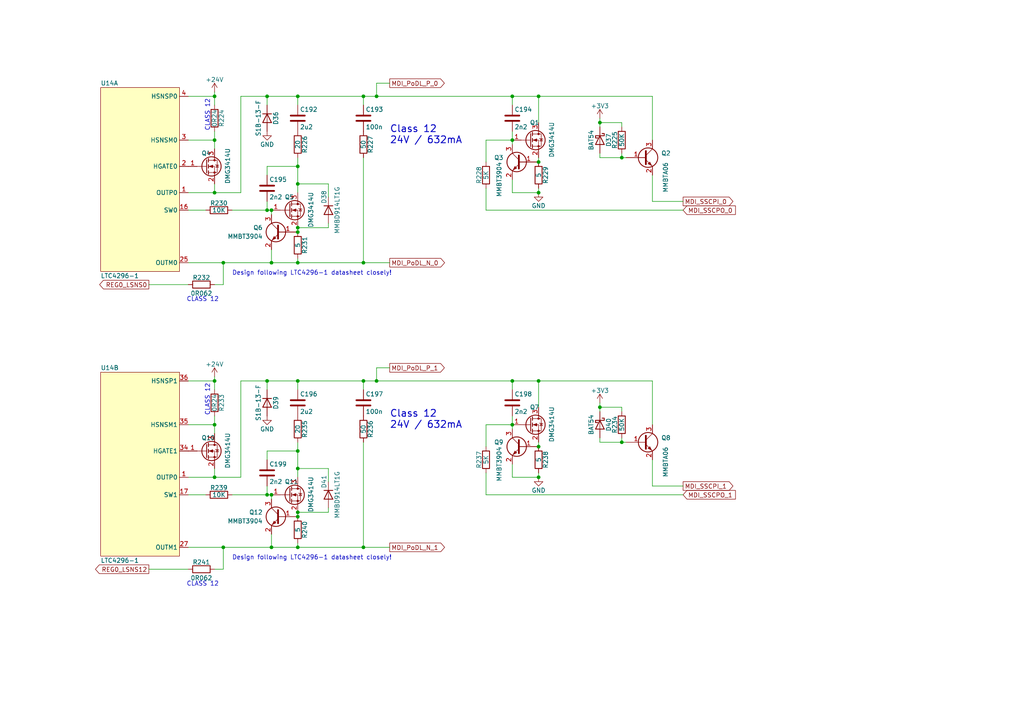
<source format=kicad_sch>
(kicad_sch (version 20211123) (generator eeschema)
  (paper "A4")
  (title_block (title "Open Hardware 10Base-T1L Switch") (date "2023-04-07") (rev "REV A") (company "Peter Heinrich") (comment 1 "Open Hardware License CERN-OHL-P v2") (comment 2 "https://github.com/peterheinrich/Open_10Base-T1L_Switch"))
  (lib_symbols
    (symbol "Device:C" (pin_numbers hide) (pin_names (offset 0.254))
      (property "Reference" "C" (at 0.635 2.54 0))
      (property "Value" "C" (at 0.635 -2.54 0))
      (symbol "C_0_1"
        (polyline (pts (xy -2.032 -0.762) (xy 2.032 -0.762)) (stroke (width 0.508)))
        (polyline (pts (xy -2.032 0.762) (xy 2.032 0.762)) (stroke (width 0.508)))
      )
      (symbol "C_1_1"
        (pin passive line (at 0 3.81 270) (length 2.794) (name "~") (number "1"))
        (pin passive line (at 0 -3.81 90) (length 2.794) (name "~") (number "2"))
      )
    )
    (symbol "Device:D" (pin_numbers hide) (pin_names (offset 1.016) hide)
      (property "Reference" "D" (at 0 2.54 0))
      (property "Value" "D" (at 0 -2.54 0))
      (symbol "D_0_1"
        (polyline (pts (xy -1.27 1.27) (xy -1.27 -1.27)) (stroke (width 0.254)))
        (polyline (pts (xy 1.27 0) (xy -1.27 0)))
        (polyline (pts (xy 1.27 1.27) (xy 1.27 -1.27) (xy -1.27 0) (xy 1.27 1.27)) (stroke (width 0.254)))
      )
      (symbol "D_1_1"
        (pin passive line (at -3.81 0 0) (length 2.54) (name "K") (number "1"))
        (pin passive line (at 3.81 0 180) (length 2.54) (name "A") (number "2"))
      )
    )
    (symbol "Device:D_Schottky" (pin_numbers hide) (pin_names (offset 1.016) hide)
      (property "Reference" "D" (at 0 2.54 0))
      (property "Value" "D_Schottky" (at 0 -2.54 0))
      (symbol "D_Schottky_0_1"
        (polyline (pts (xy 1.27 0) (xy -1.27 0)))
        (polyline (pts (xy 1.27 1.27) (xy 1.27 -1.27) (xy -1.27 0) (xy 1.27 1.27)) (stroke (width 0.254)))
        (polyline (pts (xy -1.905 0.635) (xy -1.905 1.27) (xy -1.27 1.27) (xy -1.27 -1.27) (xy -0.635 -1.27) (xy -0.635 -0.635)) (stroke (width 0.254)))
      )
      (symbol "D_Schottky_1_1"
        (pin passive line (at -3.81 0 0) (length 2.54) (name "K") (number "1"))
        (pin passive line (at 3.81 0 180) (length 2.54) (name "A") (number "2"))
      )
    )
    (symbol "Device:Q_NMOS_GSD" (pin_names (offset 0) hide)
      (property "Reference" "Q" (at 5.08 1.27 0))
      (property "Value" "Q_NMOS_GSD" (at 5.08 -1.27 0))
      (symbol "Q_NMOS_GSD_0_1"
        (polyline (pts (xy 0.254 0) (xy -2.54 0)))
        (polyline (pts (xy 0.254 1.905) (xy 0.254 -1.905)) (stroke (width 0.254)))
        (polyline (pts (xy 0.762 -1.27) (xy 0.762 -2.286)) (stroke (width 0.254)))
        (polyline (pts (xy 0.762 0.508) (xy 0.762 -0.508)) (stroke (width 0.254)))
        (polyline (pts (xy 0.762 2.286) (xy 0.762 1.27)) (stroke (width 0.254)))
        (polyline (pts (xy 2.54 2.54) (xy 2.54 1.778)))
        (polyline (pts (xy 2.54 -2.54) (xy 2.54 0) (xy 0.762 0)))
        (polyline (pts (xy 0.762 -1.778) (xy 3.302 -1.778) (xy 3.302 1.778) (xy 0.762 1.778)))
        (polyline (pts (xy 1.016 0) (xy 2.032 0.381) (xy 2.032 -0.381) (xy 1.016 0)) (fill (type outline)))
        (polyline (pts (xy 2.794 0.508) (xy 2.921 0.381) (xy 3.683 0.381) (xy 3.81 0.254)))
        (polyline (pts (xy 3.302 0.381) (xy 2.921 -0.254) (xy 3.683 -0.254) (xy 3.302 0.381)))
        (circle (center 1.651 0) (radius 2.794) (stroke (width 0.254)))
        (circle (center 2.54 -1.778) (radius 0.254) (fill (type outline)))
        (circle (center 2.54 1.778) (radius 0.254) (fill (type outline)))
      )
      (symbol "Q_NMOS_GSD_1_1"
        (pin input line (at -5.08 0 0) (length 2.54) (name "G") (number "1"))
        (pin passive line (at 2.54 -5.08 90) (length 2.54) (name "S") (number "2"))
        (pin passive line (at 2.54 5.08 270) (length 2.54) (name "D") (number "3"))
      )
    )
    (symbol "Device:Q_NPN_BEC" (pin_names (offset 0) hide)
      (property "Reference" "Q" (at 5.08 1.27 0))
      (property "Value" "Q_NPN_BEC" (at 5.08 -1.27 0))
      (symbol "Q_NPN_BEC_0_1"
        (polyline (pts (xy 0.635 0.635) (xy 2.54 2.54)))
        (polyline (pts (xy 0.635 -0.635) (xy 2.54 -2.54) (xy 2.54 -2.54)))
        (polyline (pts (xy 0.635 1.905) (xy 0.635 -1.905) (xy 0.635 -1.905)) (stroke (width 0.508)))
        (polyline (pts (xy 1.27 -1.778) (xy 1.778 -1.27) (xy 2.286 -2.286) (xy 1.27 -1.778) (xy 1.27 -1.778)) (fill (type outline)))
        (circle (center 1.27 0) (radius 2.8194) (stroke (width 0.254)))
      )
      (symbol "Q_NPN_BEC_1_1"
        (pin input line (at -5.08 0 0) (length 5.715) (name "B") (number "1"))
        (pin passive line (at 2.54 -5.08 90) (length 2.54) (name "E") (number "2"))
        (pin passive line (at 2.54 5.08 270) (length 2.54) (name "C") (number "3"))
      )
    )
    (symbol "Device:R" (pin_numbers hide) (pin_names (offset 0))
      (property "Reference" "R" (at 2.032 0 90))
      (property "Value" "R" (at 0 0 90))
      (symbol "R_0_1"
        (rectangle (start -1.016 -2.54) (end 1.016 2.54) (stroke (width 0.254)))
      )
      (symbol "R_1_1"
        (pin passive line (at 0 3.81 270) (length 1.27) (name "~") (number "1"))
        (pin passive line (at 0 -3.81 90) (length 1.27) (name "~") (number "2"))
      )
    )
    (symbol "LTC4296-1:LTC4296-1"
      (property "Reference" "U" (at 0 1.27 0))
      (property "Value" "LTC4296-1" (at 0 -54.61 0))
      (symbol "LTC4296-1_0_1"
        (rectangle (start 0 0) (end 22.86 -53.34) (fill (type background)))
      )
      (symbol "LTC4296-1_1_1"
        (pin output line (at 25.4 -30.48 180) (length 2.54) (name "OUTP0") (number "1"))
        (pin output line (at 25.4 -35.56 180) (length 2.54) (name "SW0") (number "16"))
        (pin output line (at 25.4 -22.86 180) (length 2.54) (name "HGATE0") (number "2"))
        (pin output line (at 25.4 -50.8 180) (length 2.54) (name "OUTM0") (number "25"))
        (pin input line (at 25.4 -15.24 180) (length 2.54) (name "HSNSM0") (number "3"))
        (pin input line (at 25.4 -2.54 180) (length 2.54) (name "HSNSP0") (number "4"))
      )
      (symbol "LTC4296-1_2_1"
        (pin output line (at 25.4 -30.48 180) (length 2.54) (name "OUTP0") (number "1"))
        (pin output line (at 25.4 -35.56 180) (length 2.54) (name "SW1") (number "17"))
        (pin output line (at 25.4 -50.8 180) (length 2.54) (name "OUTM1") (number "27"))
        (pin output line (at 25.4 -22.86 180) (length 2.54) (name "HGATE1") (number "34"))
        (pin input line (at 25.4 -15.24 180) (length 2.54) (name "HSNSM1") (number "35"))
        (pin input line (at 25.4 -2.54 180) (length 2.54) (name "HSNSP1") (number "36"))
      )
      (symbol "LTC4296-1_3_1"
        (pin output line (at 25.4 -35.56 180) (length 2.54) (name "SW2") (number "18"))
        (pin output line (at 25.4 -50.8 180) (length 2.54) (name "OUTM2") (number "29"))
        (pin output line (at 25.4 -30.48 180) (length 2.54) (name "OUTP2") (number "37"))
        (pin output line (at 25.4 -22.86 180) (length 2.54) (name "HGATE2") (number "38"))
        (pin input line (at 25.4 -15.24 180) (length 2.54) (name "HSNSM2") (number "39"))
        (pin input line (at 25.4 -2.54 180) (length 2.54) (name "HSNSP2") (number "40"))
      )
      (symbol "LTC4296-1_4_1"
        (pin output line (at 25.4 -35.56 180) (length 2.54) (name "SW3") (number "19"))
        (pin output line (at 25.4 -50.8 180) (length 2.54) (name "OUTM3") (number "30"))
        (pin output line (at 25.4 -30.48 180) (length 2.54) (name "OUTP3") (number "41"))
        (pin output line (at 25.4 -22.86 180) (length 2.54) (name "HGATE3") (number "42"))
        (pin input line (at 25.4 -15.24 180) (length 2.54) (name "HSNSM3") (number "43"))
        (pin input line (at 25.4 -2.54 180) (length 2.54) (name "HSNSP3") (number "44"))
      )
      (symbol "LTC4296-1_5_1"
        (pin output line (at 25.4 -35.56 180) (length 2.54) (name "SW4") (number "20"))
        (pin output line (at 25.4 -50.8 180) (length 2.54) (name "OUTM4") (number "32"))
        (pin output line (at 25.4 -30.48 180) (length 2.54) (name "OUTP4") (number "45"))
        (pin output line (at 25.4 -22.86 180) (length 2.54) (name "HGATE4") (number "46"))
        (pin input line (at 25.4 -15.24 180) (length 2.54) (name "HSNSM4") (number "47"))
        (pin input line (at 25.4 -2.54 180) (length 2.54) (name "HSNSP4") (number "48"))
      )
      (symbol "LTC4296-1_6_1"
        (pin output line (at -2.54 -7.62 0) (length 2.54) (name "SDO") (number "10"))
        (pin input line (at -2.54 -2.54 0) (length 2.54) (name "SCK") (number "11"))
        (pin input line (at -2.54 -10.16 0) (length 2.54) (name "nCS") (number "12"))
        (pin input line (at 25.4 -2.54 180) (length 2.54) (name "AUTO") (number "13"))
        (pin bidirectional line (at 25.4 -5.08 180) (length 2.54) (name "WAKEUP") (number "14"))
        (pin input line (at 25.4 -17.78 180) (length 2.54) (name "NC") (number "15"))
        (pin power_in line (at -2.54 -38.1 0) (length 2.54) (name "GND") (number "21"))
        (pin input line (at -2.54 -12.7 0) (length 2.54) (name "RT") (number "22"))
        (pin output line (at -2.54 -50.8 0) (length 2.54) (name "LGATE") (number "23"))
        (pin input line (at -2.54 -43.18 0) (length 2.54) (name "LSRC") (number "24"))
        (pin input line (at 25.4 -45.72 180) (length 2.54) (name "LSNS0") (number "26"))
        (pin input line (at 25.4 -48.26 180) (length 2.54) (name "LSNS1/LSNS2") (number "28"))
        (pin input line (at 25.4 -50.8 180) (length 2.54) (name "LSNS3/LSNS4") (number "31"))
        (pin power_in line (at -2.54 -40.64 0) (length 2.54) (name "GND") (number "49"))
        (pin input line (at 25.4 -15.24 180) (length 2.54) (name "NC") (number "5"))
        (pin power_in line (at -2.54 -25.4 0) (length 2.54) (name "IN") (number "6"))
        (pin bidirectional line (at -2.54 -27.94 0) (length 2.54) (name "CPO") (number "7"))
        (pin bidirectional line (at 25.4 -7.62 180) (length 2.54) (name "INT") (number "8"))
        (pin input line (at -2.54 -5.08 0) (length 2.54) (name "SDI") (number "9"))
      )
    )
    (symbol "power:+24V" (power) (pin_names (offset 0))
      (property "Value" "+24V" (at 0 3.556 0))
      (symbol "+24V_0_1"
        (polyline (pts (xy -0.762 1.27) (xy 0 2.54)))
        (polyline (pts (xy 0 0) (xy 0 2.54)))
        (polyline (pts (xy 0 2.54) (xy 0.762 1.27)))
      )
      (symbol "+24V_1_1"
        (pin power_in line (at 0 0 90) (length 0) hide (name "+24V") (number "1"))
      )
    )
    (symbol "power:+3V3" (power) (pin_names (offset 0))
      (property "Value" "+3V3" (at 0 3.556 0))
      (symbol "+3V3_0_1"
        (polyline (pts (xy -0.762 1.27) (xy 0 2.54)))
        (polyline (pts (xy 0 0) (xy 0 2.54)))
        (polyline (pts (xy 0 2.54) (xy 0.762 1.27)))
      )
      (symbol "+3V3_1_1"
        (pin power_in line (at 0 0 90) (length 0) hide (name "+3V3") (number "1"))
      )
    )
    (symbol "power:GND" (power) (pin_names (offset 0))
      (property "Value" "GND" (at 0 -3.81 0))
      (symbol "GND_0_1"
        (polyline (pts (xy 0 0) (xy 0 -1.27) (xy 1.27 -1.27) (xy 0 -2.54) (xy -1.27 -1.27) (xy 0 -1.27)))
      )
      (symbol "GND_1_1"
        (pin power_in line (at 0 0 270) (length 0) hide (name "GND") (number "1"))
      )
    )
  )
  (junction (at 156.21 55.88))
  (junction (at 78.74 143.51))
  (junction (at 62.23 138.43))
  (junction (at 148.59 123.19))
  (junction (at 86.36 149.86))
  (junction (at 109.22 110.49))
  (junction (at 86.36 27.94))
  (junction (at 173.99 35.56))
  (junction (at 86.36 48.26))
  (junction (at 156.21 46.99))
  (junction (at 156.21 110.49))
  (junction (at 105.41 76.2))
  (junction (at 62.23 55.88))
  (junction (at 86.36 130.81))
  (junction (at 105.41 158.75))
  (junction (at 86.36 66.04))
  (junction (at 105.41 110.49))
  (junction (at 64.77 158.75))
  (junction (at 180.34 128.27))
  (junction (at 156.21 138.43))
  (junction (at 156.21 129.54))
  (junction (at 77.47 60.96))
  (junction (at 78.74 158.75))
  (junction (at 64.77 76.2))
  (junction (at 86.36 135.89))
  (junction (at 86.36 148.59))
  (junction (at 86.36 110.49))
  (junction (at 77.47 143.51))
  (junction (at 78.74 60.96))
  (junction (at 62.23 123.19))
  (junction (at 77.47 110.49))
  (junction (at 62.23 27.94))
  (junction (at 148.59 27.94))
  (junction (at 86.36 76.2))
  (junction (at 105.41 27.94))
  (junction (at 86.36 158.75))
  (junction (at 156.21 27.94))
  (junction (at 62.23 110.49))
  (junction (at 173.99 118.11))
  (junction (at 180.34 45.72))
  (junction (at 62.23 40.64))
  (junction (at 86.36 53.34))
  (junction (at 78.74 76.2))
  (junction (at 86.36 67.31))
  (junction (at 148.59 40.64))
  (junction (at 109.22 27.94))
  (junction (at 148.59 110.49))
  (junction (at 77.47 27.94))
  (wire (pts (xy 148.59 138.43) (xy 156.21 138.43)))
  (wire (pts (xy 54.61 143.51) (xy 59.69 143.51)))
  (wire (pts (xy 86.36 135.89) (xy 86.36 138.43)))
  (wire (pts (xy 148.59 52.07) (xy 148.59 55.88)))
  (wire (pts (xy 86.36 45.72) (xy 86.36 48.26)))
  (wire (pts (xy 180.34 127) (xy 180.34 128.27)))
  (wire (pts (xy 140.97 60.96) (xy 198.12 60.96)))
  (wire (pts (xy 148.59 120.65) (xy 148.59 123.19)))
  (wire (pts (xy 78.74 76.2) (xy 86.36 76.2)))
  (wire (pts (xy 77.47 130.81) (xy 86.36 130.81)))
  (wire (pts (xy 77.47 110.49) (xy 77.47 113.03)))
  (wire (pts (xy 180.34 44.45) (xy 180.34 45.72)))
  (wire (pts (xy 140.97 129.54) (xy 140.97 123.19)))
  (wire (pts (xy 86.36 53.34) (xy 86.36 55.88)))
  (wire (pts (xy 86.36 157.48) (xy 86.36 158.75)))
  (wire (pts (xy 77.47 140.97) (xy 77.47 143.51)))
  (wire (pts (xy 173.99 45.72) (xy 173.99 44.45)))
  (wire (pts (xy 148.59 124.46) (xy 148.59 123.19)))
  (wire (pts (xy 69.85 138.43) (xy 69.85 110.49)))
  (wire (pts (xy 77.47 60.96) (xy 78.74 60.96)))
  (wire (pts (xy 78.74 154.94) (xy 78.74 158.75)))
  (wire (pts (xy 109.22 106.68) (xy 109.22 110.49)))
  (wire (pts (xy 173.99 35.56) (xy 180.34 35.56)))
  (wire (pts (xy 86.36 66.04) (xy 95.25 66.04)))
  (wire (pts (xy 148.59 55.88) (xy 156.21 55.88)))
  (wire (pts (xy 86.36 48.26) (xy 86.36 53.34)))
  (wire (pts (xy 140.97 123.19) (xy 148.59 123.19)))
  (wire (pts (xy 140.97 54.61) (xy 140.97 60.96)))
  (wire (pts (xy 62.23 82.55) (xy 64.77 82.55)))
  (wire (pts (xy 86.36 76.2) (xy 105.41 76.2)))
  (wire (pts (xy 78.74 72.39) (xy 78.74 76.2)))
  (wire (pts (xy 69.85 55.88) (xy 69.85 27.94)))
  (wire (pts (xy 77.47 110.49) (xy 86.36 110.49)))
  (wire (pts (xy 156.21 110.49) (xy 189.23 110.49)))
  (wire (pts (xy 54.61 60.96) (xy 59.69 60.96)))
  (wire (pts (xy 189.23 50.8) (xy 189.23 58.42)))
  (wire (pts (xy 62.23 123.19) (xy 54.61 123.19)))
  (wire (pts (xy 86.36 67.31) (xy 86.36 66.04)))
  (wire (pts (xy 180.34 35.56) (xy 180.34 36.83)))
  (wire (pts (xy 189.23 140.97) (xy 198.12 140.97)))
  (wire (pts (xy 189.23 27.94) (xy 189.23 40.64)))
  (wire (pts (xy 86.36 135.89) (xy 95.25 135.89)))
  (wire (pts (xy 148.59 113.03) (xy 148.59 110.49)))
  (wire (pts (xy 189.23 133.35) (xy 189.23 140.97)))
  (wire (pts (xy 62.23 110.49) (xy 62.23 113.03)))
  (wire (pts (xy 156.21 129.54) (xy 156.21 128.27)))
  (wire (pts (xy 62.23 138.43) (xy 62.23 135.89)))
  (wire (pts (xy 86.36 158.75) (xy 105.41 158.75)))
  (wire (pts (xy 77.47 143.51) (xy 78.74 143.51)))
  (wire (pts (xy 95.25 64.77) (xy 95.25 66.04)))
  (wire (pts (xy 105.41 158.75) (xy 113.03 158.75)))
  (wire (pts (xy 62.23 55.88) (xy 62.23 53.34)))
  (wire (pts (xy 69.85 110.49) (xy 77.47 110.49)))
  (wire (pts (xy 64.77 158.75) (xy 78.74 158.75)))
  (wire (pts (xy 140.97 137.16) (xy 140.97 143.51)))
  (wire (pts (xy 156.21 27.94) (xy 156.21 35.56)))
  (wire (pts (xy 62.23 109.22) (xy 62.23 110.49)))
  (wire (pts (xy 78.74 62.23) (xy 78.74 60.96)))
  (wire (pts (xy 62.23 55.88) (xy 69.85 55.88)))
  (wire (pts (xy 62.23 27.94) (xy 62.23 30.48)))
  (wire (pts (xy 140.97 143.51) (xy 198.12 143.51)))
  (wire (pts (xy 109.22 24.13) (xy 109.22 27.94)))
  (wire (pts (xy 54.61 158.75) (xy 64.77 158.75)))
  (wire (pts (xy 140.97 40.64) (xy 148.59 40.64)))
  (wire (pts (xy 69.85 27.94) (xy 77.47 27.94)))
  (wire (pts (xy 105.41 110.49) (xy 109.22 110.49)))
  (wire (pts (xy 156.21 54.61) (xy 156.21 55.88)))
  (wire (pts (xy 62.23 165.1) (xy 64.77 165.1)))
  (wire (pts (xy 95.25 57.15) (xy 95.25 53.34)))
  (wire (pts (xy 173.99 36.83) (xy 173.99 35.56)))
  (wire (pts (xy 43.18 165.1) (xy 54.61 165.1)))
  (wire (pts (xy 86.36 53.34) (xy 95.25 53.34)))
  (wire (pts (xy 181.61 128.27) (xy 180.34 128.27)))
  (wire (pts (xy 173.99 118.11) (xy 180.34 118.11)))
  (wire (pts (xy 54.61 138.43) (xy 62.23 138.43)))
  (wire (pts (xy 86.36 149.86) (xy 86.36 148.59)))
  (wire (pts (xy 64.77 165.1) (xy 64.77 158.75)))
  (wire (pts (xy 113.03 24.13) (xy 109.22 24.13)))
  (wire (pts (xy 64.77 82.55) (xy 64.77 76.2)))
  (wire (pts (xy 43.18 82.55) (xy 54.61 82.55)))
  (wire (pts (xy 156.21 46.99) (xy 156.21 45.72)))
  (wire (pts (xy 77.47 50.8) (xy 77.47 48.26)))
  (wire (pts (xy 105.41 158.75) (xy 105.41 128.27)))
  (wire (pts (xy 86.36 148.59) (xy 95.25 148.59)))
  (wire (pts (xy 64.77 76.2) (xy 78.74 76.2)))
  (wire (pts (xy 86.36 128.27) (xy 86.36 130.81)))
  (wire (pts (xy 62.23 120.65) (xy 62.23 123.19)))
  (wire (pts (xy 77.47 27.94) (xy 86.36 27.94)))
  (wire (pts (xy 189.23 58.42) (xy 198.12 58.42)))
  (wire (pts (xy 180.34 128.27) (xy 173.99 128.27)))
  (wire (pts (xy 148.59 27.94) (xy 156.21 27.94)))
  (wire (pts (xy 180.34 45.72) (xy 173.99 45.72)))
  (wire (pts (xy 86.36 130.81) (xy 86.36 135.89)))
  (wire (pts (xy 173.99 116.84) (xy 173.99 118.11)))
  (wire (pts (xy 189.23 110.49) (xy 189.23 123.19)))
  (wire (pts (xy 86.36 27.94) (xy 105.41 27.94)))
  (wire (pts (xy 77.47 48.26) (xy 86.36 48.26)))
  (wire (pts (xy 62.23 40.64) (xy 54.61 40.64)))
  (wire (pts (xy 77.47 27.94) (xy 77.47 30.48)))
  (wire (pts (xy 62.23 40.64) (xy 62.23 43.18)))
  (wire (pts (xy 105.41 110.49) (xy 105.41 113.03)))
  (wire (pts (xy 62.23 26.67) (xy 62.23 27.94)))
  (wire (pts (xy 140.97 46.99) (xy 140.97 40.64)))
  (wire (pts (xy 105.41 76.2) (xy 105.41 45.72)))
  (wire (pts (xy 105.41 27.94) (xy 105.41 30.48)))
  (wire (pts (xy 62.23 123.19) (xy 62.23 125.73)))
  (wire (pts (xy 54.61 55.88) (xy 62.23 55.88)))
  (wire (pts (xy 173.99 119.38) (xy 173.99 118.11)))
  (wire (pts (xy 173.99 128.27) (xy 173.99 127)))
  (wire (pts (xy 86.36 74.93) (xy 86.36 76.2)))
  (wire (pts (xy 148.59 38.1) (xy 148.59 40.64)))
  (wire (pts (xy 62.23 138.43) (xy 69.85 138.43)))
  (wire (pts (xy 67.31 143.51) (xy 77.47 143.51)))
  (wire (pts (xy 105.41 27.94) (xy 109.22 27.94)))
  (wire (pts (xy 181.61 45.72) (xy 180.34 45.72)))
  (wire (pts (xy 95.25 139.7) (xy 95.25 135.89)))
  (wire (pts (xy 77.47 58.42) (xy 77.47 60.96)))
  (wire (pts (xy 180.34 118.11) (xy 180.34 119.38)))
  (wire (pts (xy 173.99 34.29) (xy 173.99 35.56)))
  (wire (pts (xy 113.03 106.68) (xy 109.22 106.68)))
  (wire (pts (xy 67.31 60.96) (xy 77.47 60.96)))
  (wire (pts (xy 156.21 27.94) (xy 189.23 27.94)))
  (wire (pts (xy 54.61 76.2) (xy 64.77 76.2)))
  (wire (pts (xy 109.22 110.49) (xy 148.59 110.49)))
  (wire (pts (xy 78.74 144.78) (xy 78.74 143.51)))
  (wire (pts (xy 148.59 134.62) (xy 148.59 138.43)))
  (wire (pts (xy 62.23 38.1) (xy 62.23 40.64)))
  (wire (pts (xy 109.22 27.94) (xy 148.59 27.94)))
  (wire (pts (xy 148.59 30.48) (xy 148.59 27.94)))
  (wire (pts (xy 86.36 27.94) (xy 86.36 30.48)))
  (wire (pts (xy 54.61 110.49) (xy 62.23 110.49)))
  (wire (pts (xy 148.59 110.49) (xy 156.21 110.49)))
  (wire (pts (xy 148.59 41.91) (xy 148.59 40.64)))
  (wire (pts (xy 156.21 110.49) (xy 156.21 118.11)))
  (wire (pts (xy 54.61 27.94) (xy 62.23 27.94)))
  (wire (pts (xy 86.36 110.49) (xy 86.36 113.03)))
  (wire (pts (xy 156.21 137.16) (xy 156.21 138.43)))
  (wire (pts (xy 86.36 110.49) (xy 105.41 110.49)))
  (wire (pts (xy 95.25 147.32) (xy 95.25 148.59)))
  (wire (pts (xy 77.47 133.35) (xy 77.47 130.81)))
  (wire (pts (xy 78.74 158.75) (xy 86.36 158.75)))
  (wire (pts (xy 105.41 76.2) (xy 113.03 76.2)))
  (text "Design following LTC4296-1 datasheet closely!" (at 67.31 162.56 0) (effects (font (size 1.27 1.27)) (justify left bottom)))
  (text "Design following LTC4296-1 datasheet closely!" (at 67.31 80.01 0) (effects (font (size 1.27 1.27)) (justify left bottom)))
  (text "CLASS 12" (at 60.96 38.1 90) (effects (font (size 1.27 1.27)) (justify left bottom)))
  (text "Class 12\n24V / 632mA" (at 113.03 41.91 0) (effects (font (size 2 2) (thickness 0.254) bold) (justify left bottom)))
  (text "CLASS 12" (at 60.96 120.65 90) (effects (font (size 1.27 1.27)) (justify left bottom)))
  (text "CLASS 12\n" (at 63.5 170.18 180) (effects (font (size 1.27 1.27)) (justify right bottom)))
  (text "Class 12\n24V / 632mA" (at 113.03 124.46 0) (effects (font (size 2 2) (thickness 0.254) bold) (justify left bottom)))
  (text "CLASS 12\n" (at 63.5 87.63 180) (effects (font (size 1.27 1.27)) (justify right bottom)))
  (global_label "MDI_SSCPI_1" (shape output) (at 198.12 140.97 0) (property "Intersheet References" "${INTERSHEET_REFS}" (effects hide)))
  (global_label "REG0_LSNS12" (shape output) (at 43.18 165.1 180) (property "Intersheet References" "${INTERSHEET_REFS}" (effects hide)))
  (global_label "MDI_SSCPO_0" (shape input) (at 198.12 60.96 0) (property "Intersheet References" "${INTERSHEET_REFS}" (effects hide)))
  (global_label "MDI_PoDL_N_1" (shape output) (at 113.03 158.75 0) (property "Intersheet References" "${INTERSHEET_REFS}" (effects hide)))
  (global_label "MDI_PoDL_P_0" (shape output) (at 113.03 24.13 0) (property "Intersheet References" "${INTERSHEET_REFS}" (effects hide)))
  (global_label "MDI_SSCPO_1" (shape input) (at 198.12 143.51 0) (property "Intersheet References" "${INTERSHEET_REFS}" (effects hide)))
  (global_label "REG0_LSNS0" (shape output) (at 43.18 82.55 180) (property "Intersheet References" "${INTERSHEET_REFS}" (effects hide)))
  (global_label "MDI_SSCPI_0" (shape output) (at 198.12 58.42 0) (property "Intersheet References" "${INTERSHEET_REFS}" (effects hide)))
  (global_label "MDI_PoDL_N_0" (shape output) (at 113.03 76.2 0) (property "Intersheet References" "${INTERSHEET_REFS}" (effects hide)))
  (global_label "MDI_PoDL_P_1" (shape output) (at 113.03 106.68 0) (property "Intersheet References" "${INTERSHEET_REFS}" (effects hide)))
  (symbol (lib_id "Device:C") (at 105.41 34.29 0) (unit 1)
    (property "Reference" "C193" (at 106.045 31.75 0) (effects (justify left)))
    (property "Value" "100n" (at 106.045 36.83 0) (effects (justify left)))
  )
  (symbol (lib_id "Device:D") (at 77.47 116.84 270) (unit 1)
    (property "Reference" "D39" (at 80.01 116.84 0))
    (property "Value" "S1B-13-F" (at 74.93 116.84 0))
    (property "Footprint" "Diode_SMD:D_SMB" (effects hide))
  )
  (symbol (lib_id "Device:R") (at 63.5 143.51 90) (unit 1)
    (property "Reference" "R239" (at 63.5 141.478 90))
    (property "Value" "10K" (at 63.5 143.51 90))
    (property "Footprint" "Resistor_SMD:R_0603_1608Metric" (effects hide))
  )
  (symbol (lib_id "power:+24V") (at 62.23 26.67 0) (unit 1)
    (property "Reference" "#PWR0186" (effects hide))
    (property "Value" "+24V" (at 62.23 23.114 0))
  )
  (symbol (lib_id "Device:R") (at 140.97 133.35 180) (unit 1)
    (property "Reference" "R237" (at 138.938 133.35 90))
    (property "Value" "5K" (at 140.97 133.35 90))
    (property "Footprint" "Resistor_SMD:R_0603_1608Metric" (effects hide))
  )
  (symbol (lib_id "Device:R") (at 180.34 123.19 180) (unit 1)
    (property "Reference" "R234" (at 178.308 123.19 90))
    (property "Value" "50K" (at 180.34 123.19 90))
    (property "Footprint" "Resistor_SMD:R_0603_1608Metric" (effects hide))
  )
  (symbol (lib_id "LTC4296-1:LTC4296-1") (at 29.21 25.4 0) (unit 1)
    (property "Reference" "U14" (at 29.21 24.13 0) (effects (justify left)))
    (property "Value" "LTC4296-1" (at 29.21 80.01 0) (effects (justify left)))
    (property "Datasheet" "https://www.analog.com/media/en/technical-documentation/data-sheets/ltc4296-1.pdf" (effects hide))
  )
  (symbol (lib_id "power:GND") (at 77.47 120.65 0) (unit 1)
    (property "Reference" "#PWR0192" (effects hide))
    (property "Value" "GND" (at 77.47 124.46 0))
  )
  (symbol (lib_id "power:GND") (at 156.21 138.43 0) (unit 1)
    (property "Reference" "#PWR0193" (effects hide))
    (property "Value" "GND" (at 156.21 142.24 0))
  )
  (symbol (lib_id "Device:R") (at 140.97 50.8 180) (unit 1)
    (property "Reference" "R228" (at 138.938 50.8 90))
    (property "Value" "5K" (at 140.97 50.8 90))
    (property "Footprint" "Resistor_SMD:R_0603_1608Metric" (effects hide))
  )
  (symbol (lib_id "Device:Q_NPN_BEC") (at 81.28 149.86 0) (mirror y) (unit 1)
    (property "Reference" "Q12" (at 76.2 148.59 0) (effects (justify left)))
    (property "Value" "MMBT3904" (at 76.2 151.13 0) (effects (justify left)))
  )
  (symbol (lib_id "Device:R") (at 86.36 153.67 0) (unit 1)
    (property "Reference" "R240" (at 88.392 153.67 90))
    (property "Value" "5" (at 86.36 153.67 90))
    (property "Footprint" "Resistor_SMD:R_1206_3216Metric" (effects hide))
  )
  (symbol (lib_id "Device:Q_NPN_BEC") (at 151.13 46.99 0) (mirror y) (unit 1)
    (property "Reference" "Q3" (at 146.05 45.72 0) (effects (justify left)))
    (property "Value" "MMBT3904" (at 144.78 57.15 90) (effects (justify left)))
  )
  (symbol (lib_id "Device:C") (at 77.47 54.61 0) (unit 1)
    (property "Reference" "C195" (at 78.105 52.07 0) (effects (justify left)))
    (property "Value" "2n2" (at 78.105 57.15 0) (effects (justify left)))
    (property "Footprint" "Capacitor_SMD:C_0603_1608Metric" (effects hide))
  )
  (symbol (lib_id "LTC4296-1:LTC4296-1") (at 29.21 107.95 0) (unit 2)
    (property "Reference" "U14" (at 29.21 106.68 0) (effects (justify left)))
    (property "Value" "LTC4296-1" (at 29.21 162.56 0) (effects (justify left)))
    (property "Datasheet" "https://www.analog.com/media/en/technical-documentation/data-sheets/ltc4296-1.pdf" (effects hide))
  )
  (symbol (lib_id "Device:C") (at 86.36 116.84 0) (unit 1)
    (property "Reference" "C196" (at 86.995 114.3 0) (effects (justify left)))
    (property "Value" "2u2" (at 86.995 119.38 0) (effects (justify left)))
  )
  (symbol (lib_id "Device:D_Schottky") (at 173.99 123.19 270) (unit 1)
    (property "Reference" "D40" (at 176.53 123.19 0))
    (property "Value" "BAT54" (at 171.45 123.19 0))
    (property "Footprint" "BAT54:SOT-23-DIODE" (effects hide))
  )
  (symbol (lib_id "Device:R") (at 62.23 116.84 0) (unit 1)
    (property "Reference" "R233" (at 64.262 116.84 90))
    (property "Value" "0R24" (at 62.23 116.84 90))
    (property "Footprint" "Resistor_SMD:R_1206_3216Metric" (effects hide))
  )
  (symbol (lib_id "Device:C") (at 86.36 34.29 0) (unit 1)
    (property "Reference" "C192" (at 86.995 31.75 0) (effects (justify left)))
    (property "Value" "2u2" (at 86.995 36.83 0) (effects (justify left)))
  )
  (symbol (lib_id "Device:R") (at 156.21 50.8 0) (unit 1)
    (property "Reference" "R229" (at 158.242 50.8 90))
    (property "Value" "5" (at 156.21 50.8 90))
    (property "Footprint" "Resistor_SMD:R_1206_3216Metric" (effects hide))
  )
  (symbol (lib_id "Device:Q_NMOS_GSD") (at 83.82 143.51 0) (unit 1)
    (property "Reference" "Q11" (at 82.55 139.7 0) (effects (justify left)))
    (property "Value" "DMG3414U" (at 90.17 148.59 90) (effects (justify left)))
  )
  (symbol (lib_id "Device:Q_NPN_BEC") (at 81.28 67.31 0) (mirror y) (unit 1)
    (property "Reference" "Q6" (at 76.2 66.04 0) (effects (justify left)))
    (property "Value" "MMBT3904" (at 76.2 68.58 0) (effects (justify left)))
  )
  (symbol (lib_id "Device:R") (at 58.42 82.55 90) (unit 1)
    (property "Reference" "R232" (at 58.42 80.518 90))
    (property "Value" "0R062" (at 58.42 85.09 90))
    (property "Footprint" "Resistor_SMD:R_1206_3216Metric" (effects hide))
  )
  (symbol (lib_id "Device:Q_NMOS_GSD") (at 83.82 60.96 0) (unit 1)
    (property "Reference" "Q5" (at 82.55 57.15 0) (effects (justify left)))
    (property "Value" "DMG3414U" (at 90.17 66.04 90) (effects (justify left)))
  )
  (symbol (lib_id "Device:Q_NPN_BEC") (at 151.13 129.54 0) (mirror y) (unit 1)
    (property "Reference" "Q9" (at 146.05 128.27 0) (effects (justify left)))
    (property "Value" "MMBT3904" (at 144.78 139.7 90) (effects (justify left)))
  )
  (symbol (lib_id "Device:R") (at 58.42 165.1 90) (unit 1)
    (property "Reference" "R241" (at 58.42 163.068 90))
    (property "Value" "0R062" (at 58.42 167.64 90))
    (property "Footprint" "Resistor_SMD:R_1206_3216Metric" (effects hide))
  )
  (symbol (lib_id "Device:C") (at 148.59 34.29 0) (unit 1)
    (property "Reference" "C194" (at 149.225 31.75 0) (effects (justify left)))
    (property "Value" "2n2" (at 149.225 36.83 0) (effects (justify left)))
    (property "Footprint" "Capacitor_SMD:C_0603_1608Metric" (effects hide))
  )
  (symbol (lib_id "Device:R") (at 86.36 124.46 0) (unit 1)
    (property "Reference" "R235" (at 88.392 124.46 90))
    (property "Value" "20" (at 86.36 124.46 90))
    (property "Footprint" "Resistor_SMD:R_1206_3216Metric" (effects hide))
  )
  (symbol (lib_id "Device:C") (at 105.41 116.84 0) (unit 1)
    (property "Reference" "C197" (at 106.045 114.3 0) (effects (justify left)))
    (property "Value" "100n" (at 106.045 119.38 0) (effects (justify left)))
  )
  (symbol (lib_id "Device:Q_NMOS_GSD") (at 153.67 40.64 0) (unit 1)
    (property "Reference" "Q1" (at 153.67 35.56 0) (effects (justify left)))
    (property "Value" "DMG3414U" (at 160.02 45.72 90) (effects (justify left)))
  )
  (symbol (lib_id "Device:R") (at 105.41 41.91 0) (unit 1)
    (property "Reference" "R227" (at 107.442 41.91 90))
    (property "Value" "50" (at 105.41 41.91 90))
    (property "Footprint" "Resistor_SMD:R_1206_3216Metric" (effects hide))
  )
  (symbol (lib_id "Device:D") (at 95.25 143.51 270) (unit 1)
    (property "Reference" "D41" (at 93.98 139.7 0))
    (property "Value" "MMBD914LT1G" (at 97.79 143.51 0))
    (property "Footprint" "MMBD914L:SOT-23-DIODE" (effects hide))
  )
  (symbol (lib_id "Device:D_Schottky") (at 173.99 40.64 270) (unit 1)
    (property "Reference" "D37" (at 176.53 40.64 0))
    (property "Value" "BAT54" (at 171.45 40.64 0))
    (property "Footprint" "BAT54:SOT-23-DIODE" (effects hide))
  )
  (symbol (lib_id "power:+24V") (at 62.23 109.22 0) (unit 1)
    (property "Reference" "#PWR0190" (effects hide))
    (property "Value" "+24V" (at 62.23 105.664 0))
  )
  (symbol (lib_id "Device:D") (at 77.47 34.29 270) (unit 1)
    (property "Reference" "D36" (at 80.01 34.29 0))
    (property "Value" "S1B-13-F" (at 74.93 34.29 0))
    (property "Footprint" "Diode_SMD:D_SMB" (effects hide))
  )
  (symbol (lib_id "Device:C") (at 77.47 137.16 0) (unit 1)
    (property "Reference" "C199" (at 78.105 134.62 0) (effects (justify left)))
    (property "Value" "2n2" (at 78.105 139.7 0) (effects (justify left)))
    (property "Footprint" "Capacitor_SMD:C_0603_1608Metric" (effects hide))
  )
  (symbol (lib_id "power:GND") (at 77.47 38.1 0) (unit 1)
    (property "Reference" "#PWR0188" (effects hide))
    (property "Value" "GND" (at 77.47 41.91 0))
  )
  (symbol (lib_id "Device:R") (at 63.5 60.96 90) (unit 1)
    (property "Reference" "R230" (at 63.5 58.928 90))
    (property "Value" "10K" (at 63.5 60.96 90))
    (property "Footprint" "Resistor_SMD:R_0603_1608Metric" (effects hide))
  )
  (symbol (lib_id "power:+3V3") (at 173.99 116.84 0) (unit 1)
    (property "Reference" "#PWR0191" (effects hide))
    (property "Value" "+3V3" (at 173.99 113.284 0))
  )
  (symbol (lib_id "Device:R") (at 156.21 133.35 0) (unit 1)
    (property "Reference" "R238" (at 158.242 133.35 90))
    (property "Value" "5" (at 156.21 133.35 90))
    (property "Footprint" "Resistor_SMD:R_1206_3216Metric" (effects hide))
  )
  (symbol (lib_id "Device:Q_NMOS_GSD") (at 59.69 48.26 0) (unit 1)
    (property "Reference" "Q4" (at 58.42 44.45 0) (effects (justify left)))
    (property "Value" "DMG3414U" (at 66.04 53.34 90) (effects (justify left)))
  )
  (symbol (lib_id "Device:Q_NMOS_GSD") (at 59.69 130.81 0) (unit 1)
    (property "Reference" "Q10" (at 58.42 127 0) (effects (justify left)))
    (property "Value" "DMG3414U" (at 66.04 135.89 90) (effects (justify left)))
  )
  (symbol (lib_id "power:GND") (at 156.21 55.88 0) (unit 1)
    (property "Reference" "#PWR0189" (effects hide))
    (property "Value" "GND" (at 156.21 59.69 0))
  )
  (symbol (lib_id "Device:R") (at 180.34 40.64 180) (unit 1)
    (property "Reference" "R225" (at 178.308 40.64 90))
    (property "Value" "50K" (at 180.34 40.64 90))
    (property "Footprint" "Resistor_SMD:R_0603_1608Metric" (effects hide))
  )
  (symbol (lib_id "Device:R") (at 86.36 41.91 0) (unit 1)
    (property "Reference" "R226" (at 88.392 41.91 90))
    (property "Value" "20" (at 86.36 41.91 90))
    (property "Footprint" "Resistor_SMD:R_1206_3216Metric" (effects hide))
  )
  (symbol (lib_id "Device:D") (at 95.25 60.96 270) (unit 1)
    (property "Reference" "D38" (at 93.98 57.15 0))
    (property "Value" "MMBD914LT1G" (at 97.79 60.96 0))
    (property "Footprint" "MMBD914L:SOT-23-DIODE" (effects hide))
  )
  (symbol (lib_id "Device:Q_NMOS_GSD") (at 153.67 123.19 0) (unit 1)
    (property "Reference" "Q7" (at 153.67 118.11 0) (effects (justify left)))
    (property "Value" "DMG3414U" (at 160.02 128.27 90) (effects (justify left)))
  )
  (symbol (lib_id "Device:R") (at 62.23 34.29 0) (unit 1)
    (property "Reference" "R224" (at 64.262 34.29 90))
    (property "Value" "0R24" (at 62.23 34.29 90))
    (property "Footprint" "Resistor_SMD:R_1206_3216Metric" (effects hide))
  )
  (symbol (lib_id "Device:Q_NPN_BEC") (at 186.69 45.72 0) (unit 1)
    (property "Reference" "Q2" (at 191.77 44.45 0) (effects (justify left)))
    (property "Value" "MMBTA06" (at 193.04 55.88 90) (effects (justify left)))
  )
  (symbol (lib_id "Device:C") (at 148.59 116.84 0) (unit 1)
    (property "Reference" "C198" (at 149.225 114.3 0) (effects (justify left)))
    (property "Value" "2n2" (at 149.225 119.38 0) (effects (justify left)))
    (property "Footprint" "Capacitor_SMD:C_0603_1608Metric" (effects hide))
  )
  (symbol (lib_id "Device:R") (at 105.41 124.46 0) (unit 1)
    (property "Reference" "R236" (at 107.442 124.46 90))
    (property "Value" "50" (at 105.41 124.46 90))
    (property "Footprint" "Resistor_SMD:R_1206_3216Metric" (effects hide))
  )
  (symbol (lib_id "Device:R") (at 86.36 71.12 0) (unit 1)
    (property "Reference" "R231" (at 88.392 71.12 90))
    (property "Value" "5" (at 86.36 71.12 90))
    (property "Footprint" "Resistor_SMD:R_1206_3216Metric" (effects hide))
  )
  (symbol (lib_id "Device:Q_NPN_BEC") (at 186.69 128.27 0) (unit 1)
    (property "Reference" "Q8" (at 191.77 127 0) (effects (justify left)))
    (property "Value" "MMBTA06" (at 193.04 138.43 90) (effects (justify left)))
  )
  (symbol (lib_id "power:+3V3") (at 173.99 34.29 0) (unit 1)
    (property "Reference" "#PWR0187" (effects hide))
    (property "Value" "+3V3" (at 173.99 30.734 0))
  )
)
</source>
